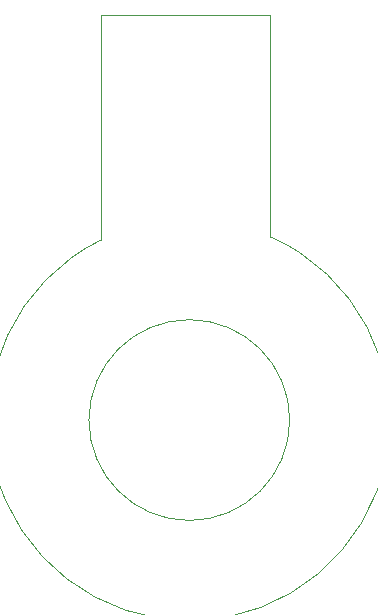
<source format=gbr>
%TF.GenerationSoftware,KiCad,Pcbnew,5.1.6-c6e7f7d~87~ubuntu18.04.1*%
%TF.CreationDate,2023-11-19T23:26:27+00:00*%
%TF.ProjectId,ws2812b_rgb_button,77733238-3132-4625-9f72-67625f627574,1.0*%
%TF.SameCoordinates,Original*%
%TF.FileFunction,Profile,NP*%
%FSLAX46Y46*%
G04 Gerber Fmt 4.6, Leading zero omitted, Abs format (unit mm)*
G04 Created by KiCad (PCBNEW 5.1.6-c6e7f7d~87~ubuntu18.04.1) date 2023-11-19 23:26:27*
%MOMM*%
%LPD*%
G01*
G04 APERTURE LIST*
%TA.AperFunction,Profile*%
%ADD10C,0.050000*%
%TD*%
G04 APERTURE END LIST*
D10*
X107188000Y-66040000D02*
X107180103Y-84790415D01*
X107180103Y-84790416D02*
G75*
G02*
X92837001Y-85090001I-6850103J-15539584D01*
G01*
X92837000Y-66040000D02*
X92837001Y-85090001D01*
X92837000Y-66040000D02*
X107188000Y-66040000D01*
X108830000Y-100330000D02*
G75*
G03*
X108830000Y-100330000I-8500000J0D01*
G01*
M02*

</source>
